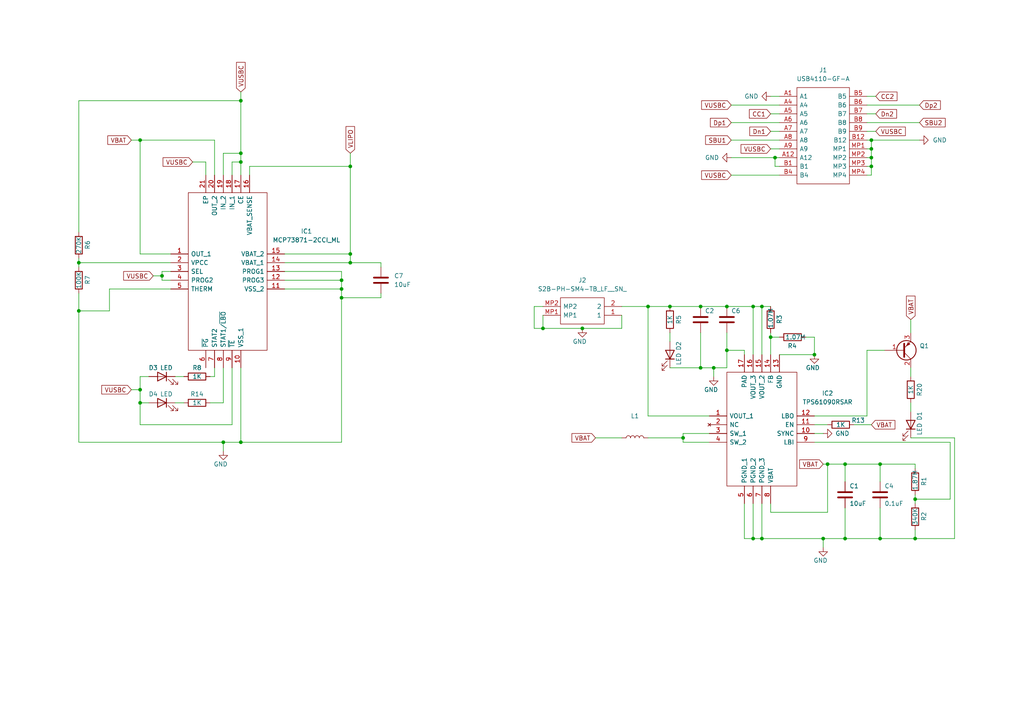
<source format=kicad_sch>
(kicad_sch (version 20211123) (generator eeschema)
  (paper "A4")
  (lib_symbols
    (symbol "Device:C" (pin_numbers hide) (pin_names (offset 0.254))
      (property "Reference" "C" (at 0.635 2.54 0))
      (property "Value" "C" (at 0.635 -2.54 0))
      (symbol "C_0_1"
        (polyline (pts (xy -2.032 -0.762) (xy 2.032 -0.762)) (stroke (width 0.508)))
        (polyline (pts (xy -2.032 0.762) (xy 2.032 0.762)) (stroke (width 0.508)))
      )
      (symbol "C_1_1"
        (pin passive line (at 0 3.81 270) (length 2.794) (name "~") (number "1"))
        (pin passive line (at 0 -3.81 90) (length 2.794) (name "~") (number "2"))
      )
    )
    (symbol "Device:L" (pin_numbers hide) (pin_names (offset 1.016) hide)
      (property "Reference" "L" (at -1.27 0 90))
      (property "Value" "L" (at 1.905 0 90))
      (symbol "L_0_1"
        (arc (start 0 -2.54) (mid 0.635 -1.905) (end 0 -1.27))
        (arc (start 0 -1.27) (mid 0.635 -0.635) (end 0 0))
        (arc (start 0 0) (mid 0.635 0.635) (end 0 1.27))
        (arc (start 0 1.27) (mid 0.635 1.905) (end 0 2.54))
      )
      (symbol "L_1_1"
        (pin passive line (at 0 3.81 270) (length 1.27) (name "1") (number "1"))
        (pin passive line (at 0 -3.81 90) (length 1.27) (name "2") (number "2"))
      )
    )
    (symbol "Device:LED" (pin_numbers hide) (pin_names (offset 1.016) hide)
      (property "Reference" "D" (at 0 2.54 0))
      (property "Value" "LED" (at 0 -2.54 0))
      (symbol "LED_0_1"
        (polyline (pts (xy -1.27 -1.27) (xy -1.27 1.27)) (stroke (width 0.254)))
        (polyline (pts (xy -1.27 0) (xy 1.27 0)))
        (polyline (pts (xy 1.27 -1.27) (xy 1.27 1.27) (xy -1.27 0) (xy 1.27 -1.27)) (stroke (width 0.254)))
        (polyline (pts (xy -3.048 -0.762) (xy -4.572 -2.286) (xy -3.81 -2.286) (xy -4.572 -2.286) (xy -4.572 -1.524)))
        (polyline (pts (xy -1.778 -0.762) (xy -3.302 -2.286) (xy -2.54 -2.286) (xy -3.302 -2.286) (xy -3.302 -1.524)))
      )
      (symbol "LED_1_1"
        (pin passive line (at -3.81 0 0) (length 2.54) (name "K") (number "1"))
        (pin passive line (at 3.81 0 180) (length 2.54) (name "A") (number "2"))
      )
    )
    (symbol "Device:R" (pin_numbers hide) (pin_names (offset 0))
      (property "Reference" "R" (at 2.032 0 90))
      (property "Value" "R" (at 0 0 90))
      (symbol "R_0_1"
        (rectangle (start -1.016 -2.54) (end 1.016 2.54) (stroke (width 0.254)))
      )
      (symbol "R_1_1"
        (pin passive line (at 0 3.81 270) (length 1.27) (name "~") (number "1"))
        (pin passive line (at 0 -3.81 90) (length 1.27) (name "~") (number "2"))
      )
    )
    (symbol "SamacSys_Parts:MCP73871-2CCI_ML" (pin_names (offset 0.762))
      (property "Reference" "IC" (at 29.21 22.86 0))
      (property "Value" "MCP73871-2CCI_ML" (at 29.21 20.32 0))
      (symbol "MCP73871-2CCI_ML_0_0"
        (pin passive line (at 0 0 0) (length 5.08) (name "OUT_1") (number "1"))
        (pin passive line (at 20.32 -33.02 90) (length 5.08) (name "VSS_1") (number "10"))
        (pin passive line (at 33.02 -10.16 180) (length 5.08) (name "VSS_2") (number "11"))
        (pin passive line (at 33.02 -7.62 180) (length 5.08) (name "PROG3") (number "12"))
        (pin passive line (at 33.02 -5.08 180) (length 5.08) (name "PROG1") (number "13"))
        (pin passive line (at 33.02 -2.54 180) (length 5.08) (name "VBAT_1") (number "14"))
        (pin passive line (at 33.02 0 180) (length 5.08) (name "VBAT_2") (number "15"))
        (pin passive line (at 22.86 22.86 270) (length 5.08) (name "VBAT_SENSE") (number "16"))
        (pin passive line (at 20.32 22.86 270) (length 5.08) (name "CE") (number "17"))
        (pin passive line (at 17.78 22.86 270) (length 5.08) (name "IN_1") (number "18"))
        (pin passive line (at 15.24 22.86 270) (length 5.08) (name "IN_2") (number "19"))
        (pin passive line (at 0 -2.54 0) (length 5.08) (name "VPCC") (number "2"))
        (pin passive line (at 12.7 22.86 270) (length 5.08) (name "OUT_2") (number "20"))
        (pin passive line (at 10.16 22.86 270) (length 5.08) (name "EP") (number "21"))
        (pin passive line (at 0 -5.08 0) (length 5.08) (name "SEL") (number "3"))
        (pin passive line (at 0 -7.62 0) (length 5.08) (name "PROG2") (number "4"))
        (pin passive line (at 0 -10.16 0) (length 5.08) (name "THERM") (number "5"))
        (pin passive line (at 10.16 -33.02 90) (length 5.08) (name "~{PG}") (number "6"))
        (pin passive line (at 12.7 -33.02 90) (length 5.08) (name "STAT2") (number "7"))
        (pin passive line (at 15.24 -33.02 90) (length 5.08) (name "STAT1/~{LBO}") (number "8"))
        (pin passive line (at 17.78 -33.02 90) (length 5.08) (name "~{TE}") (number "9"))
      )
      (symbol "MCP73871-2CCI_ML_0_1"
        (polyline (pts (xy 5.08 17.78) (xy 27.94 17.78) (xy 27.94 -27.94) (xy 5.08 -27.94) (xy 5.08 17.78)) (stroke (width 0.1524)))
      )
    )
    (symbol "SamacSys_Parts:S2B-PH-SM4-TB_LF__SN_" (pin_names (offset 0.762))
      (property "Reference" "J" (at 19.05 7.62 0))
      (property "Value" "S2B-PH-SM4-TB_LF__SN_" (at 19.05 5.08 0))
      (symbol "S2B-PH-SM4-TB_LF__SN__0_0"
        (pin passive line (at 0 -2.54 0) (length 5.08) (name "1") (number "1"))
        (pin passive line (at 0 0 0) (length 5.08) (name "2") (number "2"))
        (pin passive line (at 22.86 -2.54 180) (length 5.08) (name "MP1") (number "MP1"))
        (pin passive line (at 22.86 0 180) (length 5.08) (name "MP2") (number "MP2"))
      )
      (symbol "S2B-PH-SM4-TB_LF__SN__0_1"
        (polyline (pts (xy 5.08 2.54) (xy 17.78 2.54) (xy 17.78 -5.08) (xy 5.08 -5.08) (xy 5.08 2.54)) (stroke (width 0.1524)))
      )
    )
    (symbol "SamacSys_Parts:TPS61090RSAR" (pin_names (offset 0.762))
      (property "Reference" "IC" (at 26.67 17.78 0))
      (property "Value" "TPS61090RSAR" (at 26.67 15.24 0))
      (symbol "TPS61090RSAR_0_0"
        (pin passive line (at 0 0 0) (length 5.08) (name "VOUT_1") (number "1"))
        (pin passive line (at 30.48 -5.08 180) (length 5.08) (name "SYNC") (number "10"))
        (pin passive line (at 30.48 -2.54 180) (length 5.08) (name "EN") (number "11"))
        (pin passive line (at 30.48 0 180) (length 5.08) (name "LBO") (number "12"))
        (pin passive line (at 20.32 17.78 270) (length 5.08) (name "GND") (number "13"))
        (pin passive line (at 17.78 17.78 270) (length 5.08) (name "FB") (number "14"))
        (pin passive line (at 15.24 17.78 270) (length 5.08) (name "VOUT_2") (number "15"))
        (pin passive line (at 12.7 17.78 270) (length 5.08) (name "VOUT_3") (number "16"))
        (pin passive line (at 10.16 17.78 270) (length 5.08) (name "PAD") (number "17"))
        (pin no_connect line (at 0 -2.54 0) (length 5.08) (name "NC") (number "2"))
        (pin passive line (at 0 -5.08 0) (length 5.08) (name "SW_1") (number "3"))
        (pin passive line (at 0 -7.62 0) (length 5.08) (name "SW_2") (number "4"))
        (pin passive line (at 10.16 -25.4 90) (length 5.08) (name "PGND_1") (number "5"))
        (pin passive line (at 12.7 -25.4 90) (length 5.08) (name "PGND_2") (number "6"))
        (pin passive line (at 15.24 -25.4 90) (length 5.08) (name "PGND_3") (number "7"))
        (pin passive line (at 17.78 -25.4 90) (length 5.08) (name "VBAT") (number "8"))
        (pin passive line (at 30.48 -7.62 180) (length 5.08) (name "LBI") (number "9"))
      )
      (symbol "TPS61090RSAR_0_1"
        (polyline (pts (xy 5.08 12.7) (xy 25.4 12.7) (xy 25.4 -20.32) (xy 5.08 -20.32) (xy 5.08 12.7)) (stroke (width 0.1524)))
      )
    )
    (symbol "SamacSys_Parts:USB4110-GF-A" (pin_names (offset 0.762))
      (property "Reference" "J" (at 21.59 7.62 0))
      (property "Value" "USB4110-GF-A" (at 21.59 5.08 0))
      (symbol "USB4110-GF-A_0_0"
        (pin passive line (at 0 0 0) (length 5.08) (name "A1") (number "A1"))
        (pin passive line (at 0 -17.78 0) (length 5.08) (name "A12") (number "A12"))
        (pin passive line (at 0 -2.54 0) (length 5.08) (name "A4") (number "A4"))
        (pin passive line (at 0 -5.08 0) (length 5.08) (name "A5") (number "A5"))
        (pin passive line (at 0 -7.62 0) (length 5.08) (name "A6") (number "A6"))
        (pin passive line (at 0 -10.16 0) (length 5.08) (name "A7") (number "A7"))
        (pin passive line (at 0 -12.7 0) (length 5.08) (name "A8") (number "A8"))
        (pin passive line (at 0 -15.24 0) (length 5.08) (name "A9") (number "A9"))
        (pin passive line (at 0 -20.32 0) (length 5.08) (name "B1") (number "B1"))
        (pin passive line (at 25.4 -12.7 180) (length 5.08) (name "B12") (number "B12"))
        (pin passive line (at 0 -22.86 0) (length 5.08) (name "B4") (number "B4"))
        (pin passive line (at 25.4 0 180) (length 5.08) (name "B5") (number "B5"))
        (pin passive line (at 25.4 -2.54 180) (length 5.08) (name "B6") (number "B6"))
        (pin passive line (at 25.4 -5.08 180) (length 5.08) (name "B7") (number "B7"))
        (pin passive line (at 25.4 -7.62 180) (length 5.08) (name "B8") (number "B8"))
        (pin passive line (at 25.4 -10.16 180) (length 5.08) (name "B9") (number "B9"))
        (pin passive line (at 25.4 -15.24 180) (length 5.08) (name "MP1") (number "MP1"))
        (pin passive line (at 25.4 -17.78 180) (length 5.08) (name "MP2") (number "MP2"))
        (pin passive line (at 25.4 -20.32 180) (length 5.08) (name "MP3") (number "MP3"))
        (pin passive line (at 25.4 -22.86 180) (length 5.08) (name "MP4") (number "MP4"))
      )
      (symbol "USB4110-GF-A_0_1"
        (polyline (pts (xy 5.08 2.54) (xy 20.32 2.54) (xy 20.32 -25.4) (xy 5.08 -25.4) (xy 5.08 2.54)) (stroke (width 0.1524)))
      )
    )
    (symbol "Transistor_BJT:PBSS301PZ" (pin_names (offset 0) hide)
      (property "Reference" "Q" (at 5.08 1.905 0))
      (property "Value" "PBSS301PZ" (at 5.08 0 0))
      (symbol "PBSS301PZ_0_1"
        (polyline (pts (xy 0.635 0.635) (xy 2.54 2.54)))
        (polyline (pts (xy 0.635 -0.635) (xy 2.54 -2.54) (xy 2.54 -2.54)))
        (polyline (pts (xy 0.635 1.905) (xy 0.635 -1.905) (xy 0.635 -1.905)) (stroke (width 0.508)))
        (polyline (pts (xy 2.286 -1.778) (xy 1.778 -2.286) (xy 1.27 -1.27) (xy 2.286 -1.778) (xy 2.286 -1.778)) (fill (type outline)))
        (circle (center 1.27 0) (radius 2.8194) (stroke (width 0.254)))
      )
      (symbol "PBSS301PZ_1_1"
        (pin input line (at -5.08 0 0) (length 5.715) (name "B") (number "1"))
        (pin passive line (at 2.54 5.08 270) (length 2.54) (name "C") (number "2"))
        (pin passive line (at 2.54 -5.08 90) (length 2.54) (name "E") (number "3"))
        (pin passive line (at 2.54 5.08 270) (length 2.54) hide (name "C") (number "4"))
      )
    )
    (symbol "power:GND" (power) (pin_names (offset 0))
      (property "Value" "GND" (at 0 -3.81 0))
      (symbol "GND_0_1"
        (polyline (pts (xy 0 0) (xy 0 -1.27) (xy 1.27 -1.27) (xy 0 -2.54) (xy -1.27 -1.27) (xy 0 -1.27)))
      )
      (symbol "GND_1_1"
        (pin power_in line (at 0 0 270) (length 0) hide (name "GND") (number "1"))
      )
    )
  )
  (junction (at 198.12 127))
  (junction (at 236.22 102.87))
  (junction (at 69.85 46.99))
  (junction (at 245.11 156.21))
  (junction (at 99.06 83.82))
  (junction (at 194.31 88.9))
  (junction (at 210.82 88.9))
  (junction (at 203.2 88.9))
  (junction (at 252.73 40.64))
  (junction (at 69.85 44.45))
  (junction (at 99.06 86.36))
  (junction (at 238.76 156.21))
  (junction (at 203.2 106.68))
  (junction (at 40.64 116.84))
  (junction (at 69.85 29.21))
  (junction (at 255.27 156.21))
  (junction (at 245.11 134.62))
  (junction (at 265.43 156.21))
  (junction (at 99.06 81.28))
  (junction (at 252.73 43.18))
  (junction (at 252.73 45.72))
  (junction (at 187.96 88.9))
  (junction (at 240.03 134.62))
  (junction (at 168.91 95.25))
  (junction (at 157.48 95.25))
  (junction (at 101.6 73.66))
  (junction (at 22.86 90.17))
  (junction (at 218.44 88.9))
  (junction (at 218.44 156.21))
  (junction (at 210.82 101.6))
  (junction (at 252.73 48.26))
  (junction (at 46.99 80.01))
  (junction (at 64.77 128.27))
  (junction (at 220.98 156.21))
  (junction (at 69.85 128.27))
  (junction (at 224.79 45.72))
  (junction (at 22.86 76.2))
  (junction (at 101.6 76.2))
  (junction (at 207.01 106.68))
  (junction (at 40.64 40.64))
  (junction (at 101.6 48.26))
  (junction (at 220.98 88.9))
  (junction (at 223.52 97.79))
  (junction (at 40.64 113.03))
  (junction (at 265.43 144.78))
  (junction (at 255.27 134.62))
  (wire (pts (xy 220.98 146.05) (xy 220.98 156.21)))
  (wire (pts (xy 40.64 116.84) (xy 43.18 116.84)))
  (wire (pts (xy 236.22 125.73) (xy 238.76 125.73)))
  (wire (pts (xy 251.46 50.8) (xy 252.73 50.8)))
  (wire (pts (xy 212.09 50.8) (xy 226.06 50.8)))
  (wire (pts (xy 212.09 45.72) (xy 224.79 45.72)))
  (wire (pts (xy 210.82 88.9) (xy 218.44 88.9)))
  (wire (pts (xy 31.75 90.17) (xy 22.86 90.17)))
  (wire (pts (xy 40.64 113.03) (xy 40.64 116.84)))
  (wire (pts (xy 251.46 120.65) (xy 251.46 101.6)))
  (wire (pts (xy 40.64 109.22) (xy 40.64 113.03)))
  (wire (pts (xy 172.72 127) (xy 180.34 127)))
  (wire (pts (xy 203.2 96.52) (xy 203.2 106.68)))
  (wire (pts (xy 187.96 88.9) (xy 187.96 120.65)))
  (wire (pts (xy 72.39 48.26) (xy 72.39 50.8)))
  (wire (pts (xy 207.01 106.68) (xy 207.01 109.22)))
  (wire (pts (xy 223.52 43.18) (xy 226.06 43.18)))
  (wire (pts (xy 218.44 88.9) (xy 218.44 102.87)))
  (wire (pts (xy 69.85 44.45) (xy 69.85 46.99)))
  (wire (pts (xy 99.06 128.27) (xy 69.85 128.27)))
  (wire (pts (xy 60.96 109.22) (xy 62.23 109.22)))
  (wire (pts (xy 223.52 38.1) (xy 226.06 38.1)))
  (wire (pts (xy 82.55 83.82) (xy 99.06 83.82)))
  (wire (pts (xy 38.1 40.64) (xy 40.64 40.64)))
  (wire (pts (xy 22.86 90.17) (xy 22.86 128.27)))
  (wire (pts (xy 154.94 95.25) (xy 157.48 95.25)))
  (wire (pts (xy 67.31 50.8) (xy 67.31 46.99)))
  (wire (pts (xy 50.8 109.22) (xy 53.34 109.22)))
  (wire (pts (xy 46.99 78.74) (xy 46.99 80.01)))
  (wire (pts (xy 49.53 83.82) (xy 31.75 83.82)))
  (wire (pts (xy 252.73 40.64) (xy 266.7 40.64)))
  (wire (pts (xy 194.31 106.68) (xy 203.2 106.68)))
  (wire (pts (xy 101.6 48.26) (xy 72.39 48.26)))
  (wire (pts (xy 224.79 45.72) (xy 224.79 48.26)))
  (wire (pts (xy 64.77 50.8) (xy 64.77 44.45)))
  (wire (pts (xy 215.9 156.21) (xy 218.44 156.21)))
  (wire (pts (xy 215.9 102.87) (xy 215.9 101.6)))
  (wire (pts (xy 99.06 83.82) (xy 99.06 86.36)))
  (wire (pts (xy 210.82 106.68) (xy 207.01 106.68)))
  (wire (pts (xy 218.44 156.21) (xy 220.98 156.21)))
  (wire (pts (xy 198.12 127) (xy 187.96 127)))
  (wire (pts (xy 69.85 106.68) (xy 69.85 128.27)))
  (wire (pts (xy 82.55 78.74) (xy 99.06 78.74)))
  (wire (pts (xy 22.86 29.21) (xy 69.85 29.21)))
  (wire (pts (xy 212.09 30.48) (xy 226.06 30.48)))
  (wire (pts (xy 212.09 40.64) (xy 226.06 40.64)))
  (wire (pts (xy 110.49 85.09) (xy 110.49 86.36)))
  (wire (pts (xy 223.52 146.05) (xy 223.52 148.59)))
  (wire (pts (xy 157.48 91.44) (xy 157.48 95.25)))
  (wire (pts (xy 238.76 156.21) (xy 245.11 156.21)))
  (wire (pts (xy 252.73 43.18) (xy 252.73 45.72)))
  (wire (pts (xy 245.11 134.62) (xy 255.27 134.62)))
  (wire (pts (xy 251.46 45.72) (xy 252.73 45.72)))
  (wire (pts (xy 82.55 76.2) (xy 101.6 76.2)))
  (wire (pts (xy 22.86 67.31) (xy 22.86 29.21)))
  (wire (pts (xy 224.79 45.72) (xy 226.06 45.72)))
  (wire (pts (xy 226.06 48.26) (xy 224.79 48.26)))
  (wire (pts (xy 64.77 44.45) (xy 69.85 44.45)))
  (wire (pts (xy 223.52 88.9) (xy 220.98 88.9)))
  (wire (pts (xy 247.65 123.19) (xy 252.73 123.19)))
  (wire (pts (xy 223.52 33.02) (xy 226.06 33.02)))
  (wire (pts (xy 203.2 88.9) (xy 210.82 88.9)))
  (wire (pts (xy 64.77 128.27) (xy 22.86 128.27)))
  (wire (pts (xy 215.9 146.05) (xy 215.9 156.21)))
  (wire (pts (xy 50.8 116.84) (xy 53.34 116.84)))
  (wire (pts (xy 264.16 92.71) (xy 264.16 96.52)))
  (wire (pts (xy 255.27 147.32) (xy 255.27 156.21)))
  (wire (pts (xy 69.85 46.99) (xy 69.85 50.8)))
  (wire (pts (xy 251.46 38.1) (xy 254 38.1)))
  (wire (pts (xy 245.11 147.32) (xy 245.11 156.21)))
  (wire (pts (xy 218.44 146.05) (xy 218.44 156.21)))
  (wire (pts (xy 265.43 134.62) (xy 265.43 135.89)))
  (wire (pts (xy 255.27 134.62) (xy 255.27 139.7)))
  (wire (pts (xy 198.12 125.73) (xy 198.12 127)))
  (wire (pts (xy 40.64 40.64) (xy 40.64 73.66)))
  (wire (pts (xy 62.23 109.22) (xy 62.23 106.68)))
  (wire (pts (xy 226.06 102.87) (xy 236.22 102.87)))
  (wire (pts (xy 210.82 101.6) (xy 215.9 101.6)))
  (wire (pts (xy 157.48 88.9) (xy 154.94 88.9)))
  (wire (pts (xy 82.55 81.28) (xy 99.06 81.28)))
  (wire (pts (xy 157.48 95.25) (xy 168.91 95.25)))
  (wire (pts (xy 99.06 86.36) (xy 99.06 128.27)))
  (wire (pts (xy 236.22 97.79) (xy 233.68 97.79)))
  (wire (pts (xy 101.6 76.2) (xy 110.49 76.2)))
  (wire (pts (xy 251.46 43.18) (xy 252.73 43.18)))
  (wire (pts (xy 67.31 46.99) (xy 69.85 46.99)))
  (wire (pts (xy 236.22 123.19) (xy 240.03 123.19)))
  (wire (pts (xy 40.64 123.19) (xy 67.31 123.19)))
  (wire (pts (xy 59.69 50.8) (xy 59.69 46.99)))
  (wire (pts (xy 180.34 88.9) (xy 187.96 88.9)))
  (wire (pts (xy 223.52 97.79) (xy 226.06 97.79)))
  (wire (pts (xy 62.23 50.8) (xy 62.23 40.64)))
  (wire (pts (xy 22.86 76.2) (xy 49.53 76.2)))
  (wire (pts (xy 43.18 109.22) (xy 40.64 109.22)))
  (wire (pts (xy 251.46 30.48) (xy 266.7 30.48)))
  (wire (pts (xy 252.73 48.26) (xy 252.73 50.8)))
  (wire (pts (xy 154.94 88.9) (xy 154.94 95.25)))
  (wire (pts (xy 205.74 125.73) (xy 198.12 125.73)))
  (wire (pts (xy 251.46 48.26) (xy 252.73 48.26)))
  (wire (pts (xy 110.49 76.2) (xy 110.49 77.47)))
  (wire (pts (xy 64.77 130.81) (xy 64.77 128.27)))
  (wire (pts (xy 187.96 120.65) (xy 205.74 120.65)))
  (wire (pts (xy 62.23 40.64) (xy 40.64 40.64)))
  (wire (pts (xy 205.74 128.27) (xy 198.12 128.27)))
  (wire (pts (xy 252.73 40.64) (xy 252.73 43.18)))
  (wire (pts (xy 223.52 148.59) (xy 240.03 148.59)))
  (wire (pts (xy 69.85 29.21) (xy 69.85 44.45)))
  (wire (pts (xy 22.86 76.2) (xy 22.86 77.47)))
  (wire (pts (xy 264.16 127) (xy 276.86 127)))
  (wire (pts (xy 168.91 95.25) (xy 180.34 95.25)))
  (wire (pts (xy 276.86 127) (xy 276.86 156.21)))
  (wire (pts (xy 245.11 134.62) (xy 245.11 139.7)))
  (wire (pts (xy 245.11 156.21) (xy 255.27 156.21)))
  (wire (pts (xy 203.2 106.68) (xy 207.01 106.68)))
  (wire (pts (xy 198.12 128.27) (xy 198.12 127)))
  (wire (pts (xy 194.31 96.52) (xy 194.31 99.06)))
  (wire (pts (xy 31.75 83.82) (xy 31.75 90.17)))
  (wire (pts (xy 40.64 73.66) (xy 49.53 73.66)))
  (wire (pts (xy 223.52 97.79) (xy 223.52 102.87)))
  (wire (pts (xy 69.85 26.67) (xy 69.85 29.21)))
  (wire (pts (xy 101.6 73.66) (xy 101.6 48.26)))
  (wire (pts (xy 220.98 102.87) (xy 220.98 88.9)))
  (wire (pts (xy 210.82 96.52) (xy 210.82 101.6)))
  (wire (pts (xy 275.59 128.27) (xy 275.59 144.78)))
  (wire (pts (xy 212.09 35.56) (xy 226.06 35.56)))
  (wire (pts (xy 99.06 81.28) (xy 99.06 83.82)))
  (wire (pts (xy 236.22 120.65) (xy 251.46 120.65)))
  (wire (pts (xy 67.31 106.68) (xy 67.31 123.19)))
  (wire (pts (xy 220.98 156.21) (xy 238.76 156.21)))
  (wire (pts (xy 22.86 74.93) (xy 22.86 76.2)))
  (wire (pts (xy 187.96 88.9) (xy 194.31 88.9)))
  (wire (pts (xy 180.34 91.44) (xy 180.34 95.25)))
  (wire (pts (xy 251.46 40.64) (xy 252.73 40.64)))
  (wire (pts (xy 101.6 44.45) (xy 101.6 48.26)))
  (wire (pts (xy 240.03 134.62) (xy 245.11 134.62)))
  (wire (pts (xy 265.43 143.51) (xy 265.43 144.78)))
  (wire (pts (xy 223.52 96.52) (xy 223.52 97.79)))
  (wire (pts (xy 69.85 128.27) (xy 64.77 128.27)))
  (wire (pts (xy 264.16 106.68) (xy 264.16 109.22)))
  (wire (pts (xy 276.86 156.21) (xy 265.43 156.21)))
  (wire (pts (xy 240.03 134.62) (xy 240.03 148.59)))
  (wire (pts (xy 251.46 27.94) (xy 254 27.94)))
  (wire (pts (xy 49.53 81.28) (xy 46.99 81.28)))
  (wire (pts (xy 49.53 78.74) (xy 46.99 78.74)))
  (wire (pts (xy 238.76 134.62) (xy 240.03 134.62)))
  (wire (pts (xy 255.27 134.62) (xy 265.43 134.62)))
  (wire (pts (xy 265.43 144.78) (xy 275.59 144.78)))
  (wire (pts (xy 255.27 156.21) (xy 265.43 156.21)))
  (wire (pts (xy 251.46 35.56) (xy 266.7 35.56)))
  (wire (pts (xy 220.98 88.9) (xy 218.44 88.9)))
  (wire (pts (xy 264.16 116.84) (xy 264.16 119.38)))
  (wire (pts (xy 46.99 81.28) (xy 46.99 80.01)))
  (wire (pts (xy 236.22 97.79) (xy 236.22 102.87)))
  (wire (pts (xy 236.22 128.27) (xy 275.59 128.27)))
  (wire (pts (xy 99.06 86.36) (xy 110.49 86.36)))
  (wire (pts (xy 194.31 88.9) (xy 203.2 88.9)))
  (wire (pts (xy 60.96 116.84) (xy 64.77 116.84)))
  (wire (pts (xy 238.76 156.21) (xy 238.76 158.75)))
  (wire (pts (xy 210.82 101.6) (xy 210.82 106.68)))
  (wire (pts (xy 38.1 113.03) (xy 40.64 113.03)))
  (wire (pts (xy 46.99 80.01) (xy 44.45 80.01)))
  (wire (pts (xy 251.46 33.02) (xy 254 33.02)))
  (wire (pts (xy 22.86 85.09) (xy 22.86 90.17)))
  (wire (pts (xy 101.6 76.2) (xy 101.6 73.66)))
  (wire (pts (xy 223.52 27.94) (xy 226.06 27.94)))
  (wire (pts (xy 64.77 116.84) (xy 64.77 106.68)))
  (wire (pts (xy 265.43 153.67) (xy 265.43 156.21)))
  (wire (pts (xy 40.64 123.19) (xy 40.64 116.84)))
  (wire (pts (xy 265.43 144.78) (xy 265.43 146.05)))
  (wire (pts (xy 251.46 101.6) (xy 256.54 101.6)))
  (wire (pts (xy 99.06 78.74) (xy 99.06 81.28)))
  (wire (pts (xy 252.73 45.72) (xy 252.73 48.26)))
  (wire (pts (xy 59.69 46.99) (xy 55.88 46.99)))
  (wire (pts (xy 82.55 73.66) (xy 101.6 73.66)))
  (global_label "VUSBC" (shape input) (at 38.1 113.03 180) (property "Intersheet References" "${INTERSHEET_REFS}" (effects hide)))
  (global_label "VLIPO" (shape input) (at 101.6 44.45 90) (property "Intersheet References" "${INTERSHEET_REFS}" (effects hide)))
  (global_label "CC1" (shape input) (at 223.52 33.02 180) (property "Intersheet References" "${INTERSHEET_REFS}" (effects hide)))
  (global_label "Dp1" (shape input) (at 212.09 35.56 180) (property "Intersheet References" "${INTERSHEET_REFS}" (effects hide)))
  (global_label "VUSBC" (shape input) (at 55.88 46.99 180) (property "Intersheet References" "${INTERSHEET_REFS}" (effects hide)))
  (global_label "SBU2" (shape input) (at 266.7 35.56 0) (property "Intersheet References" "${INTERSHEET_REFS}" (effects hide)))
  (global_label "Dn2" (shape input) (at 254 33.02 0) (property "Intersheet References" "${INTERSHEET_REFS}" (effects hide)))
  (global_label "SBU1" (shape input) (at 212.09 40.64 180) (property "Intersheet References" "${INTERSHEET_REFS}" (effects hide)))
  (global_label "Dp2" (shape input) (at 266.7 30.48 0) (property "Intersheet References" "${INTERSHEET_REFS}" (effects hide)))
  (global_label "VUSBC" (shape input) (at 44.45 80.01 180) (property "Intersheet References" "${INTERSHEET_REFS}" (effects hide)))
  (global_label "VUSBC" (shape input) (at 254 38.1 0) (property "Intersheet References" "${INTERSHEET_REFS}" (effects hide)))
  (global_label "VUSBC" (shape input) (at 69.85 26.67 90) (property "Intersheet References" "${INTERSHEET_REFS}" (effects hide)))
  (global_label "VBAT" (shape input) (at 38.1 40.64 180) (property "Intersheet References" "${INTERSHEET_REFS}" (effects hide)))
  (global_label "VBAT" (shape input) (at 264.16 92.71 90) (property "Intersheet References" "${INTERSHEET_REFS}" (effects hide)))
  (global_label "VBAT" (shape input) (at 238.76 134.62 180) (property "Intersheet References" "${INTERSHEET_REFS}" (effects hide)))
  (global_label "VUSBC" (shape input) (at 212.09 50.8 180) (property "Intersheet References" "${INTERSHEET_REFS}" (effects hide)))
  (global_label "VUSBC" (shape input) (at 223.52 43.18 180) (property "Intersheet References" "${INTERSHEET_REFS}" (effects hide)))
  (global_label "CC2" (shape input) (at 254 27.94 0) (property "Intersheet References" "${INTERSHEET_REFS}" (effects hide)))
  (global_label "VBAT" (shape input) (at 252.73 123.19 0) (property "Intersheet References" "${INTERSHEET_REFS}" (effects hide)))
  (global_label "Dn1" (shape input) (at 223.52 38.1 180) (property "Intersheet References" "${INTERSHEET_REFS}" (effects hide)))
  (global_label "VBAT" (shape input) (at 172.72 127 180) (property "Intersheet References" "${INTERSHEET_REFS}" (effects hide)))
  (global_label "VUSBC" (shape input) (at 212.09 30.48 180) (property "Intersheet References" "${INTERSHEET_REFS}" (effects hide)))
  (symbol (lib_id "power:GND") (at 266.7 40.64 90) (unit 1)
    (property "Reference" "#PWR?" (effects hide))
    (property "Value" "GND" (at 270.51 40.6399 90) (effects (justify right)))
  )
  (symbol (lib_id "Device:R") (at 243.84 123.19 90) (unit 1)
    (property "Reference" "R13" (at 248.92 121.92 90))
    (property "Value" "1K" (at 243.84 123.19 90))
  )
  (symbol (lib_id "Device:LED") (at 46.99 109.22 0) (mirror y) (unit 1)
    (property "Reference" "D3" (at 44.45 106.68 0))
    (property "Value" "LED" (at 48.26 106.68 0))
  )
  (symbol (lib_id "power:GND") (at 238.76 125.73 90) (unit 1)
    (property "Reference" "#PWR?" (effects hide))
    (property "Value" "GND" (at 246.38 125.73 90) (effects (justify left)))
  )
  (symbol (lib_id "Device:R") (at 194.31 92.71 0) (unit 1)
    (property "Reference" "R5" (at 196.85 92.71 90))
    (property "Value" "1K" (at 194.31 92.71 90))
  )
  (symbol (lib_id "Device:L") (at 184.15 127 90) (unit 1)
    (property "Reference" "L1" (at 184.15 120.65 90))
  )
  (symbol (lib_id "Device:R") (at 57.15 116.84 90) (unit 1)
    (property "Reference" "R14" (at 57.15 114.3 90))
    (property "Value" "1K" (at 57.15 116.84 90))
  )
  (symbol (lib_id "Device:LED") (at 46.99 116.84 0) (mirror y) (unit 1)
    (property "Reference" "D4" (at 44.45 114.3 0))
    (property "Value" "LED" (at 48.26 114.3 0))
  )
  (symbol (lib_id "Device:R") (at 264.16 113.03 0) (unit 1)
    (property "Reference" "R20" (at 266.7 113.03 90))
    (property "Value" "1K" (at 264.16 113.03 90))
  )
  (symbol (lib_id "power:GND") (at 64.77 130.81 0) (mirror y) (unit 1)
    (property "Reference" "#PWR?" (effects hide))
    (property "Value" "GND" (at 66.04 134.62 0) (effects (justify left)))
  )
  (symbol (lib_id "Device:C") (at 210.82 92.71 0) (unit 1)
    (property "Reference" "C6" (at 212.09 90.17 0) (effects (justify left)))
  )
  (symbol (lib_id "Device:LED") (at 194.31 102.87 270) (mirror x) (unit 1)
    (property "Reference" "D2" (at 196.85 100.33 0))
    (property "Value" "LED" (at 196.85 104.14 0))
  )
  (symbol (lib_id "Device:C") (at 110.49 81.28 0) (unit 1)
    (property "Reference" "C7" (at 114.3 80.0099 0) (effects (justify left)))
    (property "Value" "10uF" (at 114.3 82.5499 0) (effects (justify left)))
  )
  (symbol (lib_id "power:GND") (at 207.01 109.22 0) (mirror y) (unit 1)
    (property "Reference" "#PWR?" (effects hide))
    (property "Value" "GND" (at 208.28 113.03 0) (effects (justify left)))
  )
  (symbol (lib_id "SamacSys_Parts:MCP73871-2CCI_ML") (at 49.53 73.66 0) (unit 1)
    (property "Reference" "IC1" (at 88.9 67.0812 0))
    (property "Value" "MCP73871-2CCI_ML" (at 88.9 69.6212 0))
    (property "Footprint" "QFN50P400X400X100-21N-D" (effects hide))
    (property "Datasheet" "https://datasheet.datasheetarchive.com/originals/distributors/Datasheets-DGA15/728881.pdf" (effects hide))
    (property "Description" "Li-Ion Charger USB/DC 4.2V TE LBO QFN20" (effects hide))
    (property "Height" "1" (effects hide))
    (property "Mouser Part Number" "579-MCP73871-2CCI/ML" (effects hide))
    (property "Mouser Price/Stock" "https://www.mouser.co.uk/ProductDetail/Microchip-Technology/MCP73871-2CCI-ML?qs=qXsUupcbpXyQfJ2clznZxw%3D%3D" (effects hide))
    (property "Manufacturer_Name" "Microchip" (effects hide))
    (property "Manufacturer_Part_Number" "MCP73871-2CCI/ML" (effects hide))
  )
  (symbol (lib_id "power:GND") (at 238.76 158.75 0) (mirror y) (unit 1)
    (property "Reference" "#PWR?" (effects hide))
    (property "Value" "GND" (at 240.03 162.56 0) (effects (justify left)))
  )
  (symbol (lib_id "SamacSys_Parts:TPS61090RSAR") (at 205.74 120.65 0) (unit 1)
    (property "Reference" "IC2" (at 240.03 114.0712 0))
    (property "Value" "TPS61090RSAR" (at 240.03 116.6112 0))
    (property "Footprint" "QFN65P400X400X100-17N" (effects hide))
    (property "Datasheet" "http://www.ti.com/general/docs/lit/getliterature.tsp?genericPartNumber=tps61090&fileType=pdf" (effects hide))
    (property "Description" "Conv DC-DC Single-OUT Step Up Texas Instruments TPS61090RSAR, Boost Converter, Step Up 0.5A Adjustable, 1.8  5.5 V, 600 kHz, 16-Pin QFN" (effects hide))
    (property "Height" "1" (effects hide))
    (property "Mouser Part Number" "595-TPS61090RSAR" (effects hide))
    (property "Mouser Price/Stock" "https://www.mouser.co.uk/ProductDetail/Texas-Instruments/TPS61090RSAR?qs=Gse6rAGbi7%2FbGTQiY2PrFA%3D%3D" (effects hide))
    (property "Manufacturer_Name" "Texas Instruments" (effects hide))
    (property "Manufacturer_Part_Number" "TPS61090RSAR" (effects hide))
  )
  (symbol (lib_id "power:GND") (at 223.52 27.94 270) (unit 1)
    (property "Reference" "#PWR?" (effects hide))
    (property "Value" "GND" (at 215.9 27.94 90) (effects (justify left)))
  )
  (symbol (lib_id "power:GND") (at 236.22 102.87 0) (unit 1)
    (property "Reference" "#PWR?" (effects hide))
    (property "Value" "GND" (at 233.68 106.68 0) (effects (justify left)))
  )
  (symbol (lib_id "SamacSys_Parts:USB4110-GF-A") (at 226.06 27.94 0) (unit 1)
    (property "Reference" "J1" (at 238.76 20.32 0))
    (property "Value" "USB4110-GF-A" (at 238.76 22.86 0))
    (property "Footprint" "USB4110GFA" (effects hide))
    (property "Datasheet" "https://gct.co/files/drawings/usb4110.pdf" (effects hide))
    (property "Description" "CONN USB 2.0 TYPE-C R/A SMT" (effects hide))
    (property "Height" "3.26" (effects hide))
    (property "Mouser Part Number" "640-USB4110-GF-A" (effects hide))
    (property "Mouser Price/Stock" "https://www.mouser.co.uk/ProductDetail/GCT/USB4110-GF-A?qs=KUoIvG%2F9IlYiZvIXQjyJeA%3D%3D" (effects hide))
    (property "Manufacturer_Name" "GCT (GLOBAL CONNECTOR TECHNOLOGY)" (effects hide))
    (property "Manufacturer_Part_Number" "USB4110-GF-A" (effects hide))
  )
  (symbol (lib_id "Device:R") (at 57.15 109.22 90) (unit 1)
    (property "Reference" "R8" (at 57.15 106.68 90))
    (property "Value" "1K" (at 57.15 109.22 90))
  )
  (symbol (lib_id "Device:R") (at 229.87 97.79 90) (unit 1)
    (property "Reference" "R4" (at 231.14 100.33 90) (effects (justify left)))
    (property "Value" "1.07M" (at 233.68 97.79 90) (effects (justify left)))
  )
  (symbol (lib_id "Transistor_BJT:PBSS301PZ") (at 261.62 101.6 0) (mirror x) (unit 1)
    (property "Reference" "Q1" (at 266.7 100.3299 0) (effects (justify left)))
    (property "Datasheet" "https://assets.nexperia.com/documents/data-sheet/PBSS301PZ.pdf" (effects hide))
  )
  (symbol (lib_id "Device:R") (at 22.86 81.28 0) (unit 1)
    (property "Reference" "R7" (at 25.4 82.55 90) (effects (justify left)))
    (property "Value" "100K" (at 22.86 83.82 90) (effects (justify left)))
  )
  (symbol (lib_id "SamacSys_Parts:S2B-PH-SM4-TB_LF__SN_") (at 180.34 88.9 0) (mirror y) (unit 1)
    (property "Reference" "J2" (at 168.91 81.28 0))
    (property "Value" "S2B-PH-SM4-TB_LF__SN_" (at 168.91 83.82 0))
    (property "Footprint" "S2BPHSM4TBLFSN" (effects hide))
    (property "Datasheet" "https://www.jst-mfg.com/product/pdf/eng/ePH.pdf" (effects hide))
    (property "Description" "Conn Shrouded Header (4 Sides) HDR 2 POS 2mm Solder RA Side Entry SMD T/R" (effects hide))
    (property "Height" "6.6" (effects hide))
    (property "Manufacturer_Name" "JST (JAPAN SOLDERLESS TERMINALS)" (effects hide))
    (property "Manufacturer_Part_Number" "S2B-PH-SM4-TB(LF)(SN)" (effects hide))
    (property "Arrow Part Number" "S2B-PH-SM4-TB(LF)(SN)" (effects hide))
    (property "Arrow Price/Stock" "https://www.arrow.com/en/products/s2b-ph-sm4-tb-lf-sn/jst-manufacturing?region=europe" (effects hide))
  )
  (symbol (lib_id "Device:LED") (at 264.16 123.19 270) (mirror x) (unit 1)
    (property "Reference" "D1" (at 266.7 120.65 0))
    (property "Value" "LED" (at 266.7 124.46 0))
  )
  (symbol (lib_id "power:GND") (at 212.09 45.72 270) (unit 1)
    (property "Reference" "#PWR?" (effects hide))
    (property "Value" "GND" (at 204.47 45.72 90) (effects (justify left)))
  )
  (symbol (lib_id "power:GND") (at 168.91 95.25 0) (mirror y) (unit 1)
    (property "Reference" "#PWR?" (effects hide))
    (property "Value" "GND" (at 170.18 99.06 0) (effects (justify left)))
  )
  (symbol (lib_id "Device:R") (at 265.43 139.7 0) (unit 1)
    (property "Reference" "R1" (at 267.97 140.97 90) (effects (justify left)))
    (property "Value" "1.87M" (at 265.43 142.24 90) (effects (justify left)))
  )
  (symbol (lib_id "Device:R") (at 223.52 92.71 0) (unit 1)
    (property "Reference" "R3" (at 226.06 93.98 90) (effects (justify left)))
    (property "Value" "1.07M" (at 223.52 95.25 90) (effects (justify left)))
  )
  (symbol (lib_id "Device:C") (at 255.27 143.51 0) (unit 1)
    (property "Reference" "C4" (at 256.54 140.97 0) (effects (justify left)))
    (property "Value" "0.1uF" (at 256.54 146.05 0) (effects (justify left)))
  )
  (symbol (lib_id "Device:C") (at 245.11 143.51 0) (unit 1)
    (property "Reference" "C1" (at 246.38 140.97 0) (effects (justify left)))
    (property "Value" "10uF" (at 246.38 146.05 0) (effects (justify left)))
  )
  (symbol (lib_id "Device:C") (at 203.2 92.71 0) (unit 1)
    (property "Reference" "C2" (at 204.47 90.17 0) (effects (justify left)))
  )
  (symbol (lib_id "Device:R") (at 265.43 149.86 0) (unit 1)
    (property "Reference" "R2" (at 267.97 151.13 90) (effects (justify left)))
    (property "Value" "340K" (at 265.43 152.4 90) (effects (justify left)))
  )
  (symbol (lib_id "Device:R") (at 22.86 71.12 0) (unit 1)
    (property "Reference" "R6" (at 25.4 72.39 90) (effects (justify left)))
    (property "Value" "270K" (at 22.86 73.66 90) (effects (justify left)))
  )
)
</source>
